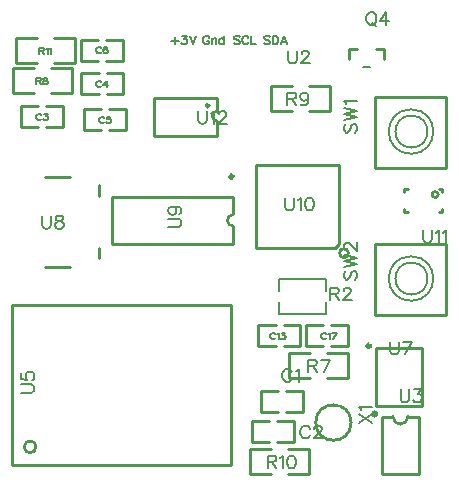
<source format=gto>
G04 ---------------------------- Layer name :TOP SILK LAYER*
G04 easyEDA 0.1*
G04 Scale: 100 percent, Rotated: No, Reflected: No *
G04 Dimensions in inches *
G04 leading zeros omitted , absolute positions ,2 integer and 4 * 
%FSLAX24Y24*%
%MOIN*%
G90*
G70D02*

%ADD10C,0.010000*%
%ADD11C,0.007874*%
%ADD12C,0.011811*%
%ADD13C,0.005000*%
%ADD14C,0.007000*%
%ADD15C,0.006000*%

%LPD*%
G54D10*
G01X8959Y17750D02*
G01X8400Y17750D01*
G01X9209Y17050D02*
G01X9800Y17050D01*
G01X9800Y17750D01*
G01X9209Y17750D01*
G01X8400Y17750D02*
G01X8400Y17050D01*
G01X8400Y17050D02*
G01X8959Y17050D01*
G01X12410Y16900D02*
G01X12410Y15000D01*
G01X13650Y15000D01*
G01X13650Y16900D01*
G01X13650Y16900D02*
G01X13280Y16900D01*
G01X12780Y16900D02*
G01X12410Y16900D01*
G01X8659Y16750D02*
G01X8100Y16750D01*
G01X8909Y16050D02*
G01X9500Y16050D01*
G01X9500Y16750D01*
G01X8909Y16750D01*
G01X8100Y16750D02*
G01X8100Y16050D01*
G01X8100Y16050D02*
G01X8659Y16050D01*
G54D11*
G01X8971Y21074D02*
G01X8971Y21475D01*
G01X10566Y21475D01*
G01X10566Y21074D01*
G01X8971Y20719D02*
G01X8971Y20318D01*
G01X10566Y20318D01*
G01X10566Y20719D01*
G54D10*
G01X3240Y27650D02*
G01X3800Y27650D01*
G01X2990Y28350D02*
G01X2400Y28350D01*
G01X2400Y27650D01*
G01X2990Y27650D01*
G01X3800Y27650D02*
G01X3800Y28350D01*
G01X3800Y28350D02*
G01X3240Y28350D01*
G01X3059Y27150D02*
G01X2500Y27150D01*
G01X3309Y26450D02*
G01X3900Y26450D01*
G01X3900Y27150D01*
G01X3309Y27150D01*
G01X2500Y27150D02*
G01X2500Y26450D01*
G01X2500Y26450D02*
G01X3059Y26450D01*
G01X12239Y19180D02*
G01X13760Y19180D01*
G01X12230Y17259D02*
G01X13760Y17259D01*
G01X12230Y19180D02*
G01X12230Y17259D01*
G01X13760Y19180D02*
G01X13760Y17259D01*
G01X1190Y24900D02*
G01X2009Y24900D01*
G01X3000Y24619D02*
G01X3000Y24269D01*
G01X3000Y22530D02*
G01X3000Y22180D01*
G01X2009Y21900D02*
G01X1190Y21900D01*
G01X7464Y23245D02*
G01X7464Y22654D01*
G01X3429Y22654D01*
G01X3429Y24229D01*
G01X7464Y24229D01*
G01X7464Y23638D01*
G01X10980Y22659D02*
G01X10839Y22519D01*
G01X8219Y22519D01*
G01X8219Y25280D01*
G01X10980Y25280D01*
G01X10980Y22659D01*
G01X9140Y19250D02*
G01X9700Y19250D01*
G01X8890Y19950D02*
G01X8300Y19950D01*
G01X8300Y19250D01*
G01X8890Y19250D01*
G01X9700Y19250D02*
G01X9700Y19950D01*
G01X9700Y19950D02*
G01X9140Y19950D01*
G01X14310Y23709D02*
G01X14430Y23709D01*
G01X14430Y23709D02*
G01X14430Y23819D01*
G01X13289Y23709D02*
G01X13169Y23709D01*
G01X13169Y23709D02*
G01X13169Y23819D01*
G01X13169Y24380D02*
G01X13169Y24490D01*
G01X13169Y24490D02*
G01X13289Y24490D01*
G01X14430Y24380D02*
G01X14430Y24490D01*
G01X14430Y24490D02*
G01X14310Y24490D01*
G01X10460Y19950D02*
G01X9900Y19950D01*
G01X10710Y19250D02*
G01X11300Y19250D01*
G01X11300Y19950D01*
G01X10710Y19950D01*
G01X9900Y19950D02*
G01X9900Y19250D01*
G01X9900Y19250D02*
G01X10460Y19250D01*
G01X6903Y26769D02*
G01X6903Y26269D01*
G01X4803Y26269D01*
G01X4803Y27519D01*
G01X6903Y27519D01*
G01X6903Y27069D01*
G01X100Y15300D02*
G01X100Y20615D01*
G01X7383Y20615D01*
G01X7383Y15300D01*
G01X100Y15300D01*
G01X100Y15300D01*
G01X959Y27250D02*
G01X400Y27250D01*
G01X1209Y26550D02*
G01X1800Y26550D01*
G01X1800Y27250D01*
G01X1209Y27250D01*
G01X400Y27250D02*
G01X400Y26550D01*
G01X400Y26550D02*
G01X959Y26550D01*
G01X2959Y29450D02*
G01X2400Y29450D01*
G01X3209Y28750D02*
G01X3800Y28750D01*
G01X3800Y29450D01*
G01X3209Y29450D01*
G01X2400Y29450D02*
G01X2400Y28750D01*
G01X2400Y28750D02*
G01X2959Y28750D01*
G01X10019Y19009D02*
G01X9319Y19009D01*
G01X9319Y18190D01*
G01X10019Y18190D01*
G01X10580Y18190D02*
G01X11280Y18190D01*
G01X11280Y19009D01*
G01X10580Y19009D01*
G01X819Y28509D02*
G01X119Y28509D01*
G01X119Y27690D01*
G01X819Y27690D01*
G01X1380Y27690D02*
G01X2080Y27690D01*
G01X2080Y28509D01*
G01X1380Y28509D01*
G01X12214Y29155D02*
G01X12474Y29155D01*
G01X12214Y29155D01*
G01X12474Y29155D01*
G01X12474Y28834D01*
G01X11325Y28834D02*
G01X11325Y29155D01*
G01X11585Y29155D01*
G54D11*
G01X11781Y28545D02*
G01X12018Y28545D01*
G54D10*
G01X8726Y15809D02*
G01X8026Y15809D01*
G01X8026Y14990D01*
G01X8726Y14990D01*
G01X9286Y14990D02*
G01X9985Y14990D01*
G01X9985Y15809D01*
G01X9286Y15809D01*
G01X919Y29509D02*
G01X219Y29509D01*
G01X219Y28690D01*
G01X919Y28690D01*
G01X1480Y28690D02*
G01X2180Y28690D01*
G01X2180Y29509D01*
G01X1480Y29509D01*
G01X12200Y25181D02*
G01X12200Y27543D01*
G01X14562Y27543D01*
G01X14562Y25181D01*
G01X12200Y25181D01*
G01X12200Y20281D02*
G01X12200Y22643D01*
G01X14562Y22643D01*
G01X14562Y20281D01*
G01X12200Y20281D01*
G01X9419Y27909D02*
G01X8719Y27909D01*
G01X8719Y27090D01*
G01X9419Y27090D01*
G01X9980Y27090D02*
G01X10680Y27090D01*
G01X10680Y27909D01*
G01X9980Y27909D01*
G54D14*
G01X9407Y18392D02*
G01X9386Y18434D01*
G01X9344Y18475D01*
G01X9305Y18494D01*
G01X9223Y18494D01*
G01X9182Y18475D01*
G01X9140Y18434D01*
G01X9119Y18392D01*
G01X9100Y18332D01*
G01X9100Y18230D01*
G01X9119Y18167D01*
G01X9140Y18127D01*
G01X9182Y18086D01*
G01X9223Y18065D01*
G01X9305Y18065D01*
G01X9344Y18086D01*
G01X9386Y18127D01*
G01X9407Y18167D01*
G01X9542Y18413D02*
G01X9582Y18434D01*
G01X9643Y18494D01*
G01X9643Y18065D01*
G01X13039Y17809D02*
G01X13039Y17503D01*
G01X13060Y17442D01*
G01X13101Y17401D01*
G01X13163Y17380D01*
G01X13203Y17380D01*
G01X13264Y17401D01*
G01X13306Y17442D01*
G01X13326Y17503D01*
G01X13326Y17809D01*
G01X13502Y17809D02*
G01X13727Y17809D01*
G01X13605Y17646D01*
G01X13665Y17646D01*
G01X13706Y17626D01*
G01X13727Y17605D01*
G01X13747Y17544D01*
G01X13747Y17503D01*
G01X13727Y17442D01*
G01X13685Y17401D01*
G01X13625Y17380D01*
G01X13564Y17380D01*
G01X13502Y17401D01*
G01X13481Y17421D01*
G01X13460Y17463D01*
G01X10006Y16498D02*
G01X9985Y16538D01*
G01X9944Y16580D01*
G01X9905Y16600D01*
G01X9822Y16600D01*
G01X9781Y16580D01*
G01X9740Y16538D01*
G01X9719Y16498D01*
G01X9700Y16436D01*
G01X9700Y16334D01*
G01X9719Y16273D01*
G01X9740Y16232D01*
G01X9781Y16190D01*
G01X9822Y16171D01*
G01X9905Y16171D01*
G01X9944Y16190D01*
G01X9985Y16232D01*
G01X10006Y16273D01*
G01X10161Y16498D02*
G01X10161Y16519D01*
G01X10182Y16559D01*
G01X10202Y16580D01*
G01X10243Y16600D01*
G01X10326Y16600D01*
G01X10367Y16580D01*
G01X10386Y16559D01*
G01X10407Y16519D01*
G01X10407Y16478D01*
G01X10386Y16436D01*
G01X10346Y16375D01*
G01X10142Y16171D01*
G01X10427Y16171D01*
G01X11646Y16700D02*
G01X12075Y16986D01*
G01X11646Y16986D02*
G01X12075Y16700D01*
G01X11727Y17121D02*
G01X11706Y17161D01*
G01X11646Y17223D01*
G01X12075Y17223D01*
G01X10700Y21200D02*
G01X10700Y20771D01*
G01X10700Y21200D02*
G01X10884Y21200D01*
G01X10945Y21180D01*
G01X10966Y21159D01*
G01X10986Y21117D01*
G01X10986Y21077D01*
G01X10966Y21036D01*
G01X10945Y21015D01*
G01X10884Y20996D01*
G01X10700Y20996D01*
G01X10843Y20996D02*
G01X10986Y20771D01*
G01X11142Y21098D02*
G01X11142Y21117D01*
G01X11162Y21159D01*
G01X11183Y21180D01*
G01X11224Y21200D01*
G01X11305Y21200D01*
G01X11346Y21180D01*
G01X11367Y21159D01*
G01X11387Y21117D01*
G01X11387Y21077D01*
G01X11367Y21036D01*
G01X11326Y20975D01*
G01X11121Y20771D01*
G01X11408Y20771D01*
G01X3061Y28045D02*
G01X3050Y28067D01*
G01X3028Y28088D01*
G01X3007Y28099D01*
G01X2963Y28099D01*
G01X2942Y28088D01*
G01X2921Y28067D01*
G01X2911Y28045D01*
G01X2900Y28013D01*
G01X2900Y27959D01*
G01X2911Y27927D01*
G01X2921Y27906D01*
G01X2942Y27884D01*
G01X2963Y27873D01*
G01X3007Y27873D01*
G01X3028Y27884D01*
G01X3050Y27906D01*
G01X3061Y27927D01*
G01X3238Y28099D02*
G01X3132Y27949D01*
G01X3292Y27949D01*
G01X3238Y28099D02*
G01X3238Y27873D01*
G01X3161Y26846D02*
G01X3150Y26867D01*
G01X3128Y26888D01*
G01X3107Y26900D01*
G01X3063Y26900D01*
G01X3042Y26888D01*
G01X3021Y26867D01*
G01X3011Y26846D01*
G01X3000Y26813D01*
G01X3000Y26759D01*
G01X3011Y26728D01*
G01X3021Y26707D01*
G01X3042Y26684D01*
G01X3063Y26673D01*
G01X3107Y26673D01*
G01X3128Y26684D01*
G01X3150Y26707D01*
G01X3161Y26728D01*
G01X3361Y26900D02*
G01X3253Y26900D01*
G01X3242Y26803D01*
G01X3253Y26813D01*
G01X3286Y26825D01*
G01X3317Y26825D01*
G01X3350Y26813D01*
G01X3371Y26792D01*
G01X3382Y26759D01*
G01X3382Y26738D01*
G01X3371Y26707D01*
G01X3350Y26684D01*
G01X3317Y26673D01*
G01X3286Y26673D01*
G01X3253Y26684D01*
G01X3242Y26696D01*
G01X3232Y26717D01*
G01X12700Y19400D02*
G01X12700Y19093D01*
G01X12719Y19032D01*
G01X12760Y18991D01*
G01X12822Y18971D01*
G01X12864Y18971D01*
G01X12925Y18991D01*
G01X12965Y19032D01*
G01X12985Y19093D01*
G01X12985Y19400D01*
G01X13407Y19400D02*
G01X13202Y18971D01*
G01X13121Y19400D02*
G01X13407Y19400D01*
G01X1100Y23599D02*
G01X1100Y23292D01*
G01X1119Y23231D01*
G01X1161Y23190D01*
G01X1223Y23169D01*
G01X1263Y23169D01*
G01X1325Y23190D01*
G01X1365Y23231D01*
G01X1386Y23292D01*
G01X1386Y23599D01*
G01X1623Y23599D02*
G01X1561Y23579D01*
G01X1542Y23538D01*
G01X1542Y23497D01*
G01X1561Y23456D01*
G01X1603Y23435D01*
G01X1684Y23415D01*
G01X1746Y23394D01*
G01X1786Y23354D01*
G01X1807Y23313D01*
G01X1807Y23251D01*
G01X1786Y23210D01*
G01X1767Y23190D01*
G01X1705Y23169D01*
G01X1623Y23169D01*
G01X1561Y23190D01*
G01X1542Y23210D01*
G01X1521Y23251D01*
G01X1521Y23313D01*
G01X1542Y23354D01*
G01X1582Y23394D01*
G01X1644Y23415D01*
G01X1726Y23435D01*
G01X1767Y23456D01*
G01X1786Y23497D01*
G01X1786Y23538D01*
G01X1767Y23579D01*
G01X1705Y23599D01*
G01X1623Y23599D01*
G01X5300Y23213D02*
G01X5606Y23213D01*
G01X5668Y23232D01*
G01X5709Y23273D01*
G01X5729Y23336D01*
G01X5729Y23377D01*
G01X5709Y23438D01*
G01X5668Y23478D01*
G01X5606Y23498D01*
G01X5300Y23498D01*
G01X5443Y23900D02*
G01X5504Y23880D01*
G01X5545Y23838D01*
G01X5565Y23778D01*
G01X5565Y23757D01*
G01X5545Y23696D01*
G01X5504Y23655D01*
G01X5443Y23634D01*
G01X5422Y23634D01*
G01X5361Y23655D01*
G01X5320Y23696D01*
G01X5300Y23757D01*
G01X5300Y23778D01*
G01X5320Y23838D01*
G01X5361Y23880D01*
G01X5443Y23900D01*
G01X5545Y23900D01*
G01X5647Y23880D01*
G01X5709Y23838D01*
G01X5729Y23778D01*
G01X5729Y23736D01*
G01X5709Y23675D01*
G01X5668Y23655D01*
G01X9200Y24200D02*
G01X9200Y23894D01*
G01X9219Y23832D01*
G01X9261Y23790D01*
G01X9323Y23771D01*
G01X9363Y23771D01*
G01X9425Y23790D01*
G01X9465Y23832D01*
G01X9486Y23894D01*
G01X9486Y24200D01*
G01X9621Y24119D02*
G01X9661Y24138D01*
G01X9723Y24200D01*
G01X9723Y23771D01*
G01X9981Y24200D02*
G01X9919Y24180D01*
G01X9878Y24119D01*
G01X9859Y24015D01*
G01X9859Y23955D01*
G01X9878Y23853D01*
G01X9919Y23790D01*
G01X9981Y23771D01*
G01X10022Y23771D01*
G01X10084Y23790D01*
G01X10125Y23853D01*
G01X10144Y23955D01*
G01X10144Y24015D01*
G01X10125Y24119D01*
G01X10084Y24180D01*
G01X10022Y24200D01*
G01X9981Y24200D01*
G01X8861Y19645D02*
G01X8850Y19667D01*
G01X8828Y19688D01*
G01X8807Y19699D01*
G01X8763Y19699D01*
G01X8742Y19688D01*
G01X8721Y19667D01*
G01X8711Y19645D01*
G01X8700Y19613D01*
G01X8700Y19559D01*
G01X8711Y19527D01*
G01X8721Y19506D01*
G01X8742Y19484D01*
G01X8763Y19473D01*
G01X8807Y19473D01*
G01X8828Y19484D01*
G01X8850Y19506D01*
G01X8861Y19527D01*
G01X8932Y19656D02*
G01X8953Y19667D01*
G01X8986Y19699D01*
G01X8986Y19473D01*
G01X9078Y19699D02*
G01X9196Y19699D01*
G01X9132Y19613D01*
G01X9163Y19613D01*
G01X9184Y19602D01*
G01X9196Y19591D01*
G01X9207Y19559D01*
G01X9207Y19538D01*
G01X9196Y19506D01*
G01X9175Y19484D01*
G01X9142Y19473D01*
G01X9109Y19473D01*
G01X9078Y19484D01*
G01X9067Y19495D01*
G01X9055Y19516D01*
G01X13800Y23119D02*
G01X13800Y22811D01*
G01X13819Y22751D01*
G01X13860Y22709D01*
G01X13922Y22688D01*
G01X13964Y22688D01*
G01X14025Y22709D01*
G01X14065Y22751D01*
G01X14085Y22811D01*
G01X14085Y23119D01*
G01X14221Y23036D02*
G01X14261Y23057D01*
G01X14323Y23119D01*
G01X14323Y22688D01*
G01X14459Y23036D02*
G01X14500Y23057D01*
G01X14560Y23119D01*
G01X14560Y22688D01*
G01X10560Y19645D02*
G01X10550Y19667D01*
G01X10528Y19688D01*
G01X10506Y19699D01*
G01X10464Y19699D01*
G01X10443Y19688D01*
G01X10421Y19667D01*
G01X10410Y19645D01*
G01X10400Y19613D01*
G01X10400Y19559D01*
G01X10410Y19527D01*
G01X10421Y19506D01*
G01X10443Y19484D01*
G01X10464Y19473D01*
G01X10506Y19473D01*
G01X10528Y19484D01*
G01X10550Y19506D01*
G01X10560Y19527D01*
G01X10631Y19656D02*
G01X10652Y19667D01*
G01X10685Y19699D01*
G01X10685Y19473D01*
G01X10906Y19699D02*
G01X10798Y19473D01*
G01X10756Y19699D02*
G01X10906Y19699D01*
G01X6300Y27089D02*
G01X6300Y26783D01*
G01X6319Y26721D01*
G01X6361Y26680D01*
G01X6423Y26660D01*
G01X6463Y26660D01*
G01X6525Y26680D01*
G01X6565Y26721D01*
G01X6586Y26783D01*
G01X6586Y27089D01*
G01X6721Y27008D02*
G01X6761Y27028D01*
G01X6823Y27089D01*
G01X6823Y26660D01*
G01X6978Y26987D02*
G01X6978Y27008D01*
G01X7000Y27049D01*
G01X7019Y27069D01*
G01X7061Y27089D01*
G01X7142Y27089D01*
G01X7184Y27069D01*
G01X7203Y27049D01*
G01X7225Y27008D01*
G01X7225Y26967D01*
G01X7203Y26926D01*
G01X7163Y26864D01*
G01X6959Y26660D01*
G01X7244Y26660D01*
G01X400Y17692D02*
G01X705Y17692D01*
G01X767Y17713D01*
G01X809Y17754D01*
G01X828Y17815D01*
G01X828Y17856D01*
G01X809Y17917D01*
G01X767Y17958D01*
G01X705Y17979D01*
G01X400Y17979D01*
G01X400Y18359D02*
G01X400Y18155D01*
G01X584Y18134D01*
G01X563Y18155D01*
G01X542Y18216D01*
G01X542Y18277D01*
G01X563Y18339D01*
G01X603Y18380D01*
G01X665Y18400D01*
G01X705Y18400D01*
G01X767Y18380D01*
G01X809Y18339D01*
G01X828Y18277D01*
G01X828Y18216D01*
G01X809Y18155D01*
G01X788Y18134D01*
G01X746Y18114D01*
G01X1061Y26946D02*
G01X1050Y26967D01*
G01X1028Y26988D01*
G01X1007Y27000D01*
G01X963Y27000D01*
G01X942Y26988D01*
G01X921Y26967D01*
G01X911Y26946D01*
G01X900Y26913D01*
G01X900Y26859D01*
G01X911Y26828D01*
G01X921Y26807D01*
G01X942Y26784D01*
G01X963Y26773D01*
G01X1007Y26773D01*
G01X1028Y26784D01*
G01X1050Y26807D01*
G01X1061Y26828D01*
G01X1153Y27000D02*
G01X1271Y27000D01*
G01X1207Y26913D01*
G01X1238Y26913D01*
G01X1261Y26903D01*
G01X1271Y26892D01*
G01X1282Y26859D01*
G01X1282Y26838D01*
G01X1271Y26807D01*
G01X1250Y26784D01*
G01X1217Y26773D01*
G01X1186Y26773D01*
G01X1153Y26784D01*
G01X1142Y26796D01*
G01X1132Y26817D01*
G01X3061Y29175D02*
G01X3050Y29196D01*
G01X3028Y29217D01*
G01X3007Y29228D01*
G01X2963Y29228D01*
G01X2942Y29217D01*
G01X2921Y29196D01*
G01X2911Y29175D01*
G01X2900Y29142D01*
G01X2900Y29088D01*
G01X2911Y29057D01*
G01X2921Y29036D01*
G01X2942Y29013D01*
G01X2963Y29003D01*
G01X3007Y29003D01*
G01X3028Y29013D01*
G01X3050Y29036D01*
G01X3061Y29057D01*
G01X3261Y29196D02*
G01X3250Y29217D01*
G01X3217Y29228D01*
G01X3196Y29228D01*
G01X3163Y29217D01*
G01X3142Y29186D01*
G01X3132Y29132D01*
G01X3132Y29078D01*
G01X3142Y29036D01*
G01X3163Y29013D01*
G01X3196Y29003D01*
G01X3207Y29003D01*
G01X3238Y29013D01*
G01X3261Y29036D01*
G01X3271Y29067D01*
G01X3271Y29078D01*
G01X3261Y29111D01*
G01X3238Y29132D01*
G01X3207Y29142D01*
G01X3196Y29142D01*
G01X3163Y29132D01*
G01X3142Y29111D01*
G01X3132Y29078D01*
G01X9969Y18800D02*
G01X9969Y18371D01*
G01X9969Y18800D02*
G01X10153Y18800D01*
G01X10214Y18780D01*
G01X10235Y18759D01*
G01X10256Y18719D01*
G01X10256Y18678D01*
G01X10235Y18636D01*
G01X10214Y18615D01*
G01X10153Y18596D01*
G01X9969Y18596D01*
G01X10113Y18596D02*
G01X10256Y18371D01*
G01X10677Y18800D02*
G01X10472Y18371D01*
G01X10390Y18800D02*
G01X10677Y18800D01*
G01X900Y28199D02*
G01X900Y27973D01*
G01X900Y28199D02*
G01X996Y28199D01*
G01X1028Y28188D01*
G01X1040Y28177D01*
G01X1050Y28156D01*
G01X1050Y28134D01*
G01X1040Y28113D01*
G01X1028Y28102D01*
G01X996Y28091D01*
G01X900Y28091D01*
G01X975Y28091D02*
G01X1050Y27973D01*
G01X1175Y28199D02*
G01X1142Y28188D01*
G01X1132Y28167D01*
G01X1132Y28145D01*
G01X1142Y28124D01*
G01X1163Y28113D01*
G01X1207Y28102D01*
G01X1238Y28091D01*
G01X1261Y28070D01*
G01X1271Y28049D01*
G01X1271Y28016D01*
G01X1261Y27995D01*
G01X1250Y27984D01*
G01X1217Y27973D01*
G01X1175Y27973D01*
G01X1142Y27984D01*
G01X1132Y27995D01*
G01X1121Y28016D01*
G01X1121Y28049D01*
G01X1132Y28070D01*
G01X1153Y28091D01*
G01X1186Y28102D01*
G01X1228Y28113D01*
G01X1250Y28124D01*
G01X1261Y28145D01*
G01X1261Y28167D01*
G01X1250Y28188D01*
G01X1217Y28199D01*
G01X1175Y28199D01*
G01X12022Y30384D02*
G01X11981Y30363D01*
G01X11940Y30321D01*
G01X11919Y30280D01*
G01X11900Y30219D01*
G01X11900Y30117D01*
G01X11919Y30055D01*
G01X11940Y30015D01*
G01X11981Y29973D01*
G01X12022Y29953D01*
G01X12105Y29953D01*
G01X12144Y29973D01*
G01X12185Y30015D01*
G01X12206Y30055D01*
G01X12227Y30117D01*
G01X12227Y30219D01*
G01X12206Y30280D01*
G01X12185Y30321D01*
G01X12144Y30363D01*
G01X12105Y30384D01*
G01X12022Y30384D01*
G01X12084Y30036D02*
G01X12206Y29913D01*
G01X12567Y30384D02*
G01X12361Y30096D01*
G01X12668Y30096D01*
G01X12567Y30384D02*
G01X12567Y29953D01*
G01X8605Y15600D02*
G01X8605Y15171D01*
G01X8605Y15600D02*
G01X8790Y15600D01*
G01X8851Y15580D01*
G01X8871Y15559D01*
G01X8892Y15519D01*
G01X8892Y15478D01*
G01X8871Y15436D01*
G01X8851Y15415D01*
G01X8790Y15396D01*
G01X8605Y15396D01*
G01X8748Y15396D02*
G01X8892Y15171D01*
G01X9026Y15519D02*
G01X9067Y15538D01*
G01X9130Y15600D01*
G01X9130Y15171D01*
G01X9386Y15600D02*
G01X9326Y15580D01*
G01X9284Y15519D01*
G01X9265Y15415D01*
G01X9265Y15355D01*
G01X9284Y15253D01*
G01X9326Y15190D01*
G01X9386Y15171D01*
G01X9428Y15171D01*
G01X9490Y15190D01*
G01X9530Y15253D01*
G01X9551Y15355D01*
G01X9551Y15415D01*
G01X9530Y15519D01*
G01X9490Y15580D01*
G01X9428Y15600D01*
G01X9386Y15600D01*
G01X1000Y29199D02*
G01X1000Y28973D01*
G01X1000Y29199D02*
G01X1096Y29199D01*
G01X1128Y29188D01*
G01X1140Y29177D01*
G01X1150Y29156D01*
G01X1150Y29134D01*
G01X1140Y29113D01*
G01X1128Y29102D01*
G01X1096Y29091D01*
G01X1000Y29091D01*
G01X1075Y29091D02*
G01X1150Y28973D01*
G01X1221Y29156D02*
G01X1242Y29167D01*
G01X1275Y29199D01*
G01X1275Y28973D01*
G01X1346Y29156D02*
G01X1367Y29167D01*
G01X1398Y29199D01*
G01X1398Y28973D01*
G01X11215Y26648D02*
G01X11175Y26607D01*
G01X11155Y26546D01*
G01X11155Y26465D01*
G01X11175Y26403D01*
G01X11215Y26363D01*
G01X11256Y26363D01*
G01X11297Y26382D01*
G01X11318Y26403D01*
G01X11339Y26444D01*
G01X11380Y26567D01*
G01X11400Y26607D01*
G01X11419Y26628D01*
G01X11460Y26648D01*
G01X11522Y26648D01*
G01X11564Y26607D01*
G01X11584Y26546D01*
G01X11584Y26465D01*
G01X11564Y26403D01*
G01X11522Y26363D01*
G01X11155Y26784D02*
G01X11584Y26886D01*
G01X11155Y26988D02*
G01X11584Y26886D01*
G01X11155Y26988D02*
G01X11584Y27090D01*
G01X11155Y27192D02*
G01X11584Y27090D01*
G01X11235Y27328D02*
G01X11215Y27369D01*
G01X11155Y27430D01*
G01X11584Y27430D01*
G01X11215Y21748D02*
G01X11175Y21707D01*
G01X11155Y21646D01*
G01X11155Y21565D01*
G01X11175Y21503D01*
G01X11215Y21463D01*
G01X11256Y21463D01*
G01X11297Y21482D01*
G01X11318Y21503D01*
G01X11339Y21544D01*
G01X11380Y21667D01*
G01X11400Y21707D01*
G01X11419Y21728D01*
G01X11460Y21748D01*
G01X11522Y21748D01*
G01X11564Y21707D01*
G01X11584Y21646D01*
G01X11584Y21565D01*
G01X11564Y21503D01*
G01X11522Y21463D01*
G01X11155Y21884D02*
G01X11584Y21986D01*
G01X11155Y22088D02*
G01X11584Y21986D01*
G01X11155Y22088D02*
G01X11584Y22190D01*
G01X11155Y22292D02*
G01X11584Y22190D01*
G01X11256Y22448D02*
G01X11235Y22448D01*
G01X11194Y22469D01*
G01X11175Y22488D01*
G01X11155Y22530D01*
G01X11155Y22611D01*
G01X11175Y22653D01*
G01X11194Y22673D01*
G01X11235Y22694D01*
G01X11277Y22694D01*
G01X11318Y22673D01*
G01X11380Y22632D01*
G01X11584Y22428D01*
G01X11584Y22713D01*
G01X9269Y27700D02*
G01X9269Y27271D01*
G01X9269Y27700D02*
G01X9453Y27700D01*
G01X9515Y27680D01*
G01X9536Y27659D01*
G01X9555Y27619D01*
G01X9555Y27578D01*
G01X9536Y27536D01*
G01X9515Y27515D01*
G01X9453Y27496D01*
G01X9269Y27496D01*
G01X9413Y27496D02*
G01X9555Y27271D01*
G01X9956Y27557D02*
G01X9936Y27496D01*
G01X9896Y27455D01*
G01X9835Y27434D01*
G01X9814Y27434D01*
G01X9752Y27455D01*
G01X9711Y27496D01*
G01X9690Y27557D01*
G01X9690Y27578D01*
G01X9711Y27638D01*
G01X9752Y27680D01*
G01X9814Y27700D01*
G01X9835Y27700D01*
G01X9896Y27680D01*
G01X9936Y27638D01*
G01X9956Y27557D01*
G01X9956Y27455D01*
G01X9936Y27353D01*
G01X9896Y27290D01*
G01X9835Y27271D01*
G01X9793Y27271D01*
G01X9731Y27290D01*
G01X9711Y27332D01*
G01X9300Y29100D02*
G01X9300Y28794D01*
G01X9319Y28732D01*
G01X9361Y28690D01*
G01X9423Y28671D01*
G01X9463Y28671D01*
G01X9525Y28690D01*
G01X9565Y28732D01*
G01X9586Y28794D01*
G01X9586Y29100D01*
G01X9742Y28998D02*
G01X9742Y29019D01*
G01X9761Y29059D01*
G01X9782Y29080D01*
G01X9823Y29100D01*
G01X9905Y29100D01*
G01X9946Y29080D01*
G01X9967Y29059D01*
G01X9986Y29019D01*
G01X9986Y28978D01*
G01X9967Y28936D01*
G01X9926Y28875D01*
G01X9721Y28671D01*
G01X10007Y28671D01*
G54D15*
G01X8680Y29548D02*
G01X8653Y29576D01*
G01X8613Y29590D01*
G01X8557Y29590D01*
G01X8517Y29576D01*
G01X8490Y29548D01*
G01X8490Y29521D01*
G01X8503Y29494D01*
G01X8517Y29480D01*
G01X8544Y29467D01*
G01X8626Y29440D01*
G01X8653Y29426D01*
G01X8667Y29411D01*
G01X8680Y29384D01*
G01X8680Y29344D01*
G01X8653Y29317D01*
G01X8613Y29303D01*
G01X8557Y29303D01*
G01X8517Y29317D01*
G01X8490Y29344D01*
G01X8771Y29590D02*
G01X8771Y29303D01*
G01X8771Y29590D02*
G01X8865Y29590D01*
G01X8907Y29576D01*
G01X8934Y29548D01*
G01X8948Y29521D01*
G01X8961Y29480D01*
G01X8961Y29411D01*
G01X8948Y29371D01*
G01X8934Y29344D01*
G01X8907Y29317D01*
G01X8865Y29303D01*
G01X8771Y29303D01*
G01X9161Y29590D02*
G01X9051Y29303D01*
G01X9161Y29590D02*
G01X9269Y29303D01*
G01X9092Y29398D02*
G01X9228Y29398D01*
G01X7671Y29553D02*
G01X7644Y29580D01*
G01X7603Y29594D01*
G01X7548Y29594D01*
G01X7507Y29580D01*
G01X7480Y29553D01*
G01X7480Y29525D01*
G01X7494Y29498D01*
G01X7507Y29484D01*
G01X7534Y29471D01*
G01X7615Y29444D01*
G01X7644Y29430D01*
G01X7657Y29415D01*
G01X7671Y29388D01*
G01X7671Y29348D01*
G01X7644Y29321D01*
G01X7603Y29307D01*
G01X7548Y29307D01*
G01X7507Y29321D01*
G01X7480Y29348D01*
G01X7965Y29525D02*
G01X7951Y29553D01*
G01X7925Y29580D01*
G01X7896Y29594D01*
G01X7842Y29594D01*
G01X7815Y29580D01*
G01X7788Y29553D01*
G01X7775Y29525D01*
G01X7761Y29484D01*
G01X7761Y29415D01*
G01X7775Y29375D01*
G01X7788Y29348D01*
G01X7815Y29321D01*
G01X7842Y29307D01*
G01X7896Y29307D01*
G01X7925Y29321D01*
G01X7951Y29348D01*
G01X7965Y29375D01*
G01X8055Y29594D02*
G01X8055Y29307D01*
G01X8055Y29307D02*
G01X8219Y29307D01*
G01X6655Y29530D02*
G01X6640Y29559D01*
G01X6613Y29586D01*
G01X6586Y29600D01*
G01X6532Y29600D01*
G01X6505Y29586D01*
G01X6476Y29559D01*
G01X6463Y29530D01*
G01X6450Y29490D01*
G01X6450Y29421D01*
G01X6463Y29380D01*
G01X6476Y29353D01*
G01X6505Y29327D01*
G01X6532Y29313D01*
G01X6586Y29313D01*
G01X6613Y29327D01*
G01X6640Y29353D01*
G01X6655Y29380D01*
G01X6655Y29421D01*
G01X6586Y29421D02*
G01X6655Y29421D01*
G01X6744Y29503D02*
G01X6744Y29313D01*
G01X6744Y29450D02*
G01X6784Y29490D01*
G01X6813Y29503D01*
G01X6853Y29503D01*
G01X6880Y29490D01*
G01X6894Y29450D01*
G01X6894Y29313D01*
G01X7148Y29600D02*
G01X7148Y29313D01*
G01X7148Y29463D02*
G01X7121Y29490D01*
G01X7094Y29503D01*
G01X7053Y29503D01*
G01X7025Y29490D01*
G01X6998Y29463D01*
G01X6984Y29421D01*
G01X6984Y29394D01*
G01X6998Y29353D01*
G01X7025Y29327D01*
G01X7053Y29313D01*
G01X7094Y29313D01*
G01X7121Y29327D01*
G01X7148Y29353D01*
G01X5523Y29559D02*
G01X5523Y29313D01*
G01X5400Y29436D02*
G01X5644Y29436D01*
G01X5763Y29600D02*
G01X5913Y29600D01*
G01X5830Y29490D01*
G01X5871Y29490D01*
G01X5898Y29477D01*
G01X5913Y29463D01*
G01X5926Y29421D01*
G01X5926Y29394D01*
G01X5913Y29353D01*
G01X5884Y29327D01*
G01X5844Y29313D01*
G01X5803Y29313D01*
G01X5763Y29327D01*
G01X5748Y29340D01*
G01X5734Y29367D01*
G01X6015Y29600D02*
G01X6125Y29313D01*
G01X6234Y29600D02*
G01X6125Y29313D01*
G54D10*
G75*
G01X13280Y16900D02*
G02X12780Y16900I-250J0D01*
G01*
G54D12*
G75*
G01X12039Y19259D02*
G03X12039Y19259I-59J0D01*
G01*
G54D10*
G75*
G01X7465Y23638D02*
G03X7465Y23244I0J-196D01*
G01*
G54D12*
G75*
G01X7405Y24846D02*
G03X7403Y24846I-2J59D01*
G01*
G54D10*
G75*
G01X6553Y27269D02*
G03X6553Y27269I50J0D01*
G01*
G75*
G01X6753Y26919D02*
G03X6903Y26769I150J0D01*
G01*
G75*
G01X6903Y27069D02*
G03X6753Y26919I0J-150D01*
G01*
G54D13*
G75*
G01X13397Y26936D02*
G03X13406Y26936I4J-535D01*
G01*
G75*
G01X13381Y27144D02*
G03X13393Y27144I6J-742D01*
G01*
G75*
G01X13397Y22036D02*
G03X13406Y22036I4J-535D01*
G01*
G75*
G01X13381Y22244D02*
G03X13393Y22244I6J-742D01*
G01*
G54D10*
G75*
G01X12255Y16990D02*
G03X12255Y16990I-75J0D01*
G01*
G75*
G01X11390Y16700D02*
G03X11390Y16700I-590J0D01*
G01*
G75*
G01X11300Y22350D02*
G03X11300Y22350I-150J0D01*
G01*
G75*
G01X14289Y24300D02*
G03X14289Y24300I-100J0D01*
G01*
G75*
G01X887Y15890D02*
G03X887Y15890I-197J0D01*
G01*

M00*
M02*
</source>
